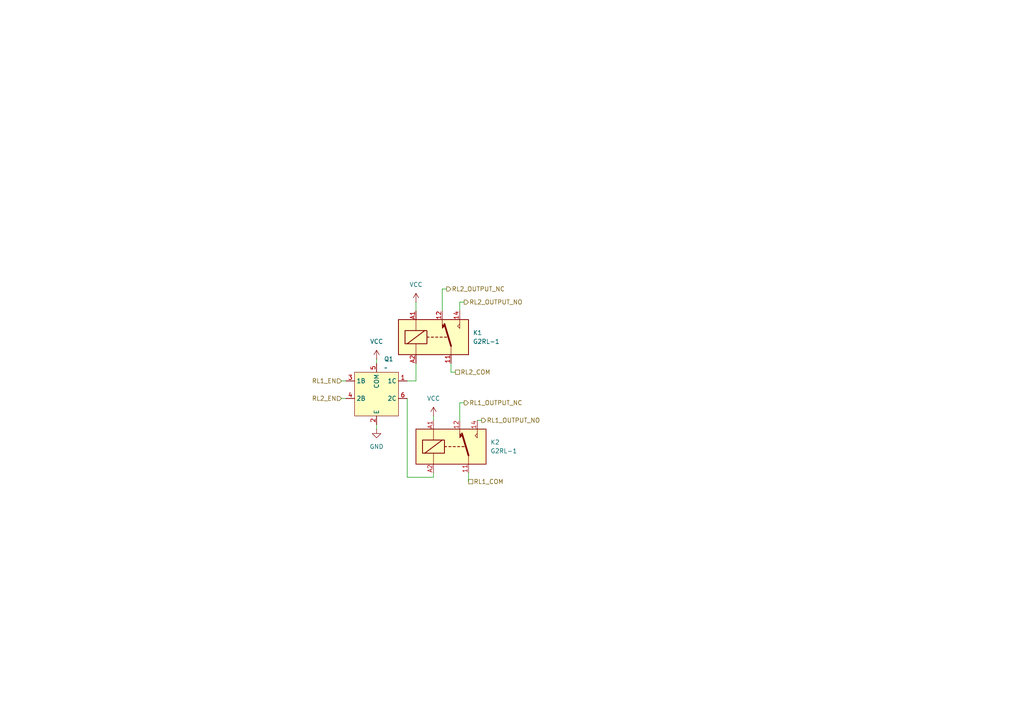
<source format=kicad_sch>
(kicad_sch
	(version 20250114)
	(generator "eeschema")
	(generator_version "9.0")
	(uuid "cffce59c-00fe-42d8-961e-130c24f41ffa")
	(paper "A4")
	(lib_symbols
		(symbol "Relay:G2RL-1"
			(exclude_from_sim no)
			(in_bom yes)
			(on_board yes)
			(property "Reference" "K"
				(at 11.43 3.81 0)
				(effects
					(font
						(size 1.27 1.27)
					)
					(justify left)
				)
			)
			(property "Value" "G2RL-1"
				(at 11.43 1.27 0)
				(effects
					(font
						(size 1.27 1.27)
					)
					(justify left)
				)
			)
			(property "Footprint" "Relay_THT:Relay_SPDT_Omron_G2RL-1"
				(at 11.43 -1.27 0)
				(effects
					(font
						(size 1.27 1.27)
					)
					(justify left)
					(hide yes)
				)
			)
			(property "Datasheet" "https://omronfs.omron.com/en_US/ecb/products/pdf/en-g2rl.pdf"
				(at 0 0 0)
				(effects
					(font
						(size 1.27 1.27)
					)
					(hide yes)
				)
			)
			(property "Description" "General Purpose Low Profile Relay SPDT Through Hole, Omron G2RL series, 12A 250VAC"
				(at 0 0 0)
				(effects
					(font
						(size 1.27 1.27)
					)
					(hide yes)
				)
			)
			(property "ki_keywords" "Single Pole Relay SPDT Omron"
				(at 0 0 0)
				(effects
					(font
						(size 1.27 1.27)
					)
					(hide yes)
				)
			)
			(property "ki_fp_filters" "Relay?SPDT?Omron?G2RL*"
				(at 0 0 0)
				(effects
					(font
						(size 1.27 1.27)
					)
					(hide yes)
				)
			)
			(symbol "G2RL-1_0_0"
				(polyline
					(pts
						(xy 7.62 5.08) (xy 7.62 2.54) (xy 6.985 3.175) (xy 7.62 3.81)
					)
					(stroke
						(width 0)
						(type default)
					)
					(fill
						(type none)
					)
				)
			)
			(symbol "G2RL-1_0_1"
				(rectangle
					(start -10.16 5.08)
					(end 10.16 -5.08)
					(stroke
						(width 0.254)
						(type default)
					)
					(fill
						(type background)
					)
				)
				(rectangle
					(start -8.255 1.905)
					(end -1.905 -1.905)
					(stroke
						(width 0.254)
						(type default)
					)
					(fill
						(type none)
					)
				)
				(polyline
					(pts
						(xy -7.62 -1.905) (xy -2.54 1.905)
					)
					(stroke
						(width 0.254)
						(type default)
					)
					(fill
						(type none)
					)
				)
				(polyline
					(pts
						(xy -5.08 5.08) (xy -5.08 1.905)
					)
					(stroke
						(width 0)
						(type default)
					)
					(fill
						(type none)
					)
				)
				(polyline
					(pts
						(xy -5.08 -5.08) (xy -5.08 -1.905)
					)
					(stroke
						(width 0)
						(type default)
					)
					(fill
						(type none)
					)
				)
				(polyline
					(pts
						(xy -1.905 0) (xy -1.27 0)
					)
					(stroke
						(width 0.254)
						(type default)
					)
					(fill
						(type none)
					)
				)
				(polyline
					(pts
						(xy -0.635 0) (xy 0 0)
					)
					(stroke
						(width 0.254)
						(type default)
					)
					(fill
						(type none)
					)
				)
				(polyline
					(pts
						(xy 0.635 0) (xy 1.27 0)
					)
					(stroke
						(width 0.254)
						(type default)
					)
					(fill
						(type none)
					)
				)
				(polyline
					(pts
						(xy 1.905 0) (xy 2.54 0)
					)
					(stroke
						(width 0.254)
						(type default)
					)
					(fill
						(type none)
					)
				)
				(polyline
					(pts
						(xy 2.54 5.08) (xy 2.54 2.54) (xy 3.175 3.175) (xy 2.54 3.81)
					)
					(stroke
						(width 0)
						(type default)
					)
					(fill
						(type outline)
					)
				)
				(polyline
					(pts
						(xy 3.175 0) (xy 3.81 0)
					)
					(stroke
						(width 0.254)
						(type default)
					)
					(fill
						(type none)
					)
				)
				(polyline
					(pts
						(xy 5.08 -2.54) (xy 3.175 3.81)
					)
					(stroke
						(width 0.508)
						(type default)
					)
					(fill
						(type none)
					)
				)
				(polyline
					(pts
						(xy 5.08 -2.54) (xy 5.08 -5.08)
					)
					(stroke
						(width 0)
						(type default)
					)
					(fill
						(type none)
					)
				)
			)
			(symbol "G2RL-1_1_1"
				(pin passive line
					(at -5.08 7.62 270)
					(length 2.54)
					(name "~"
						(effects
							(font
								(size 1.27 1.27)
							)
						)
					)
					(number "A1"
						(effects
							(font
								(size 1.27 1.27)
							)
						)
					)
				)
				(pin passive line
					(at -5.08 -7.62 90)
					(length 2.54)
					(name "~"
						(effects
							(font
								(size 1.27 1.27)
							)
						)
					)
					(number "A2"
						(effects
							(font
								(size 1.27 1.27)
							)
						)
					)
				)
				(pin passive line
					(at 2.54 7.62 270)
					(length 2.54)
					(name "~"
						(effects
							(font
								(size 1.27 1.27)
							)
						)
					)
					(number "12"
						(effects
							(font
								(size 1.27 1.27)
							)
						)
					)
				)
				(pin passive line
					(at 5.08 -7.62 90)
					(length 2.54)
					(name "~"
						(effects
							(font
								(size 1.27 1.27)
							)
						)
					)
					(number "11"
						(effects
							(font
								(size 1.27 1.27)
							)
						)
					)
				)
				(pin passive line
					(at 7.62 7.62 270)
					(length 2.54)
					(name "~"
						(effects
							(font
								(size 1.27 1.27)
							)
						)
					)
					(number "14"
						(effects
							(font
								(size 1.27 1.27)
							)
						)
					)
				)
			)
			(embedded_fonts no)
		)
		(symbol "Riqi_Parts:LANKE LK1802"
			(exclude_from_sim no)
			(in_bom yes)
			(on_board yes)
			(property "Reference" "Q"
				(at -2.286 -16.764 0)
				(effects
					(font
						(size 1.27 1.27)
					)
				)
			)
			(property "Value" ""
				(at 0 0 0)
				(effects
					(font
						(size 1.27 1.27)
					)
				)
			)
			(property "Footprint" ""
				(at 0 0 0)
				(effects
					(font
						(size 1.27 1.27)
					)
					(hide yes)
				)
			)
			(property "Datasheet" ""
				(at 0 0 0)
				(effects
					(font
						(size 1.27 1.27)
					)
					(hide yes)
				)
			)
			(property "Description" ""
				(at 0 0 0)
				(effects
					(font
						(size 1.27 1.27)
					)
					(hide yes)
				)
			)
			(property "ki_locked" ""
				(at 0 0 0)
				(effects
					(font
						(size 1.27 1.27)
					)
				)
			)
			(symbol "LANKE LK1802_1_1"
				(rectangle
					(start -2.54 -2.54)
					(end 10.16 -15.24)
					(stroke
						(width 0)
						(type solid)
					)
					(fill
						(type background)
					)
				)
				(pin input line
					(at -5.08 -5.08 0)
					(length 2.54)
					(name "1B"
						(effects
							(font
								(size 1.27 1.27)
							)
						)
					)
					(number "3"
						(effects
							(font
								(size 1.27 1.27)
							)
						)
					)
				)
				(pin input line
					(at -5.08 -10.16 0)
					(length 2.54)
					(name "2B"
						(effects
							(font
								(size 1.27 1.27)
							)
						)
					)
					(number "4"
						(effects
							(font
								(size 1.27 1.27)
							)
						)
					)
				)
				(pin passive line
					(at 3.81 0 270)
					(length 2.54)
					(name "COM"
						(effects
							(font
								(size 1.27 1.27)
							)
						)
					)
					(number "5"
						(effects
							(font
								(size 1.27 1.27)
							)
						)
					)
				)
				(pin passive line
					(at 3.81 -17.78 90)
					(length 2.54)
					(name "E"
						(effects
							(font
								(size 1.27 1.27)
							)
						)
					)
					(number "2"
						(effects
							(font
								(size 1.27 1.27)
							)
						)
					)
				)
				(pin open_collector line
					(at 12.7 -5.08 180)
					(length 2.54)
					(name "1C"
						(effects
							(font
								(size 1.27 1.27)
							)
						)
					)
					(number "1"
						(effects
							(font
								(size 1.27 1.27)
							)
						)
					)
				)
				(pin open_collector line
					(at 12.7 -10.16 180)
					(length 2.54)
					(name "2C"
						(effects
							(font
								(size 1.27 1.27)
							)
						)
					)
					(number "6"
						(effects
							(font
								(size 1.27 1.27)
							)
						)
					)
				)
			)
			(embedded_fonts no)
		)
		(symbol "power:GND"
			(power)
			(pin_numbers
				(hide yes)
			)
			(pin_names
				(offset 0)
				(hide yes)
			)
			(exclude_from_sim no)
			(in_bom yes)
			(on_board yes)
			(property "Reference" "#PWR"
				(at 0 -6.35 0)
				(effects
					(font
						(size 1.27 1.27)
					)
					(hide yes)
				)
			)
			(property "Value" "GND"
				(at 0 -3.81 0)
				(effects
					(font
						(size 1.27 1.27)
					)
				)
			)
			(property "Footprint" ""
				(at 0 0 0)
				(effects
					(font
						(size 1.27 1.27)
					)
					(hide yes)
				)
			)
			(property "Datasheet" ""
				(at 0 0 0)
				(effects
					(font
						(size 1.27 1.27)
					)
					(hide yes)
				)
			)
			(property "Description" "Power symbol creates a global label with name \"GND\" , ground"
				(at 0 0 0)
				(effects
					(font
						(size 1.27 1.27)
					)
					(hide yes)
				)
			)
			(property "ki_keywords" "global power"
				(at 0 0 0)
				(effects
					(font
						(size 1.27 1.27)
					)
					(hide yes)
				)
			)
			(symbol "GND_0_1"
				(polyline
					(pts
						(xy 0 0) (xy 0 -1.27) (xy 1.27 -1.27) (xy 0 -2.54) (xy -1.27 -1.27) (xy 0 -1.27)
					)
					(stroke
						(width 0)
						(type default)
					)
					(fill
						(type none)
					)
				)
			)
			(symbol "GND_1_1"
				(pin power_in line
					(at 0 0 270)
					(length 0)
					(name "~"
						(effects
							(font
								(size 1.27 1.27)
							)
						)
					)
					(number "1"
						(effects
							(font
								(size 1.27 1.27)
							)
						)
					)
				)
			)
			(embedded_fonts no)
		)
		(symbol "power:VCC"
			(power)
			(pin_numbers
				(hide yes)
			)
			(pin_names
				(offset 0)
				(hide yes)
			)
			(exclude_from_sim no)
			(in_bom yes)
			(on_board yes)
			(property "Reference" "#PWR"
				(at 0 -3.81 0)
				(effects
					(font
						(size 1.27 1.27)
					)
					(hide yes)
				)
			)
			(property "Value" "VCC"
				(at 0 3.556 0)
				(effects
					(font
						(size 1.27 1.27)
					)
				)
			)
			(property "Footprint" ""
				(at 0 0 0)
				(effects
					(font
						(size 1.27 1.27)
					)
					(hide yes)
				)
			)
			(property "Datasheet" ""
				(at 0 0 0)
				(effects
					(font
						(size 1.27 1.27)
					)
					(hide yes)
				)
			)
			(property "Description" "Power symbol creates a global label with name \"VCC\""
				(at 0 0 0)
				(effects
					(font
						(size 1.27 1.27)
					)
					(hide yes)
				)
			)
			(property "ki_keywords" "global power"
				(at 0 0 0)
				(effects
					(font
						(size 1.27 1.27)
					)
					(hide yes)
				)
			)
			(symbol "VCC_0_1"
				(polyline
					(pts
						(xy -0.762 1.27) (xy 0 2.54)
					)
					(stroke
						(width 0)
						(type default)
					)
					(fill
						(type none)
					)
				)
				(polyline
					(pts
						(xy 0 2.54) (xy 0.762 1.27)
					)
					(stroke
						(width 0)
						(type default)
					)
					(fill
						(type none)
					)
				)
				(polyline
					(pts
						(xy 0 0) (xy 0 2.54)
					)
					(stroke
						(width 0)
						(type default)
					)
					(fill
						(type none)
					)
				)
			)
			(symbol "VCC_1_1"
				(pin power_in line
					(at 0 0 90)
					(length 0)
					(name "~"
						(effects
							(font
								(size 1.27 1.27)
							)
						)
					)
					(number "1"
						(effects
							(font
								(size 1.27 1.27)
							)
						)
					)
				)
			)
			(embedded_fonts no)
		)
	)
	(wire
		(pts
			(xy 109.22 123.19) (xy 109.22 124.46)
		)
		(stroke
			(width 0)
			(type default)
		)
		(uuid "2ed33535-b7c3-4f3b-963c-65fcf2166eb8")
	)
	(wire
		(pts
			(xy 120.65 87.63) (xy 120.65 90.17)
		)
		(stroke
			(width 0)
			(type default)
		)
		(uuid "3ab762bf-eadb-42cb-99c3-8d4e9d063074")
	)
	(wire
		(pts
			(xy 120.65 105.41) (xy 120.65 110.49)
		)
		(stroke
			(width 0)
			(type default)
		)
		(uuid "49f05833-c2d5-4419-a8a0-d90470addf9f")
	)
	(wire
		(pts
			(xy 128.27 83.82) (xy 128.27 90.17)
		)
		(stroke
			(width 0)
			(type default)
		)
		(uuid "5ccdb662-a05a-4bc1-8988-c898078b42a5")
	)
	(wire
		(pts
			(xy 129.54 83.82) (xy 128.27 83.82)
		)
		(stroke
			(width 0)
			(type default)
		)
		(uuid "5d122ad0-6142-42fd-8726-1b79787d337e")
	)
	(wire
		(pts
			(xy 118.11 138.43) (xy 125.73 138.43)
		)
		(stroke
			(width 0)
			(type default)
		)
		(uuid "5d716c9c-0c71-4f6f-943c-1f15aad6eaf0")
	)
	(wire
		(pts
			(xy 118.11 138.43) (xy 118.11 115.57)
		)
		(stroke
			(width 0)
			(type default)
		)
		(uuid "6780fe45-ddab-488f-b7ba-eb0e37470c1d")
	)
	(wire
		(pts
			(xy 138.43 121.92) (xy 139.7 121.92)
		)
		(stroke
			(width 0)
			(type default)
		)
		(uuid "76c9cf05-ba94-4241-a6da-d683f589dd3f")
	)
	(wire
		(pts
			(xy 133.35 87.63) (xy 133.35 90.17)
		)
		(stroke
			(width 0)
			(type default)
		)
		(uuid "8c26bcf7-9b18-480a-b5ac-6407190a3498")
	)
	(wire
		(pts
			(xy 133.35 116.84) (xy 133.35 121.92)
		)
		(stroke
			(width 0)
			(type default)
		)
		(uuid "91ea4add-298c-4de7-9ef3-84cd5950595a")
	)
	(wire
		(pts
			(xy 130.81 105.41) (xy 130.81 107.95)
		)
		(stroke
			(width 0)
			(type default)
		)
		(uuid "95cf5e65-a308-49e5-af0c-199b5c8da5fd")
	)
	(wire
		(pts
			(xy 99.06 110.49) (xy 100.33 110.49)
		)
		(stroke
			(width 0)
			(type default)
		)
		(uuid "abf5be68-7a0e-4698-a19f-9026a3287058")
	)
	(wire
		(pts
			(xy 125.73 137.16) (xy 125.73 138.43)
		)
		(stroke
			(width 0)
			(type default)
		)
		(uuid "b2cff636-ccbb-4d0e-8bf8-bcd61be111fe")
	)
	(wire
		(pts
			(xy 134.62 116.84) (xy 133.35 116.84)
		)
		(stroke
			(width 0)
			(type default)
		)
		(uuid "c9ee7a24-845a-40a8-9e4a-131c79dc7a34")
	)
	(wire
		(pts
			(xy 134.62 87.63) (xy 133.35 87.63)
		)
		(stroke
			(width 0)
			(type default)
		)
		(uuid "d8ada883-5eee-4a8a-87c6-33a18811cbe9")
	)
	(wire
		(pts
			(xy 99.06 115.57) (xy 100.33 115.57)
		)
		(stroke
			(width 0)
			(type default)
		)
		(uuid "d95150ad-edeb-487b-8f67-a77bcccd9fdf")
	)
	(wire
		(pts
			(xy 130.81 107.95) (xy 132.08 107.95)
		)
		(stroke
			(width 0)
			(type default)
		)
		(uuid "dab7979b-444e-4727-a8f7-399736f98ddc")
	)
	(wire
		(pts
			(xy 118.11 110.49) (xy 120.65 110.49)
		)
		(stroke
			(width 0)
			(type default)
		)
		(uuid "e874d732-634c-41ad-8b90-5a30f6ced64c")
	)
	(wire
		(pts
			(xy 125.73 120.65) (xy 125.73 121.92)
		)
		(stroke
			(width 0)
			(type default)
		)
		(uuid "ed2478fe-790f-456b-84ae-0959a180fb4d")
	)
	(wire
		(pts
			(xy 109.22 104.14) (xy 109.22 105.41)
		)
		(stroke
			(width 0)
			(type default)
		)
		(uuid "fd6174fb-6223-4c2b-911b-aad01b6894ee")
	)
	(wire
		(pts
			(xy 135.89 139.7) (xy 135.89 137.16)
		)
		(stroke
			(width 0)
			(type default)
		)
		(uuid "ff86b017-b40e-4aaa-8ea1-9e3eb2440ee2")
	)
	(hierarchical_label "RL2_OUTPUT_NC"
		(shape output)
		(at 129.54 83.82 0)
		(effects
			(font
				(size 1.27 1.27)
			)
			(justify left)
		)
		(uuid "136d0900-9b90-4551-8207-94253f00894f")
	)
	(hierarchical_label "RL1_COM"
		(shape passive)
		(at 135.89 139.7 0)
		(effects
			(font
				(size 1.27 1.27)
			)
			(justify left)
		)
		(uuid "2638d623-5eec-49a7-96ce-abc063f0b2d7")
	)
	(hierarchical_label "RL2_EN"
		(shape input)
		(at 99.06 115.57 180)
		(effects
			(font
				(size 1.27 1.27)
			)
			(justify right)
		)
		(uuid "3e898b01-38f7-473b-ad57-85697ebc3821")
	)
	(hierarchical_label "RL1_OUTPUT_NO"
		(shape output)
		(at 139.7 121.92 0)
		(effects
			(font
				(size 1.27 1.27)
			)
			(justify left)
		)
		(uuid "59b3596f-6833-4967-9719-de3fb6b6d32b")
	)
	(hierarchical_label "RL2_COM"
		(shape passive)
		(at 132.08 107.95 0)
		(effects
			(font
				(size 1.27 1.27)
			)
			(justify left)
		)
		(uuid "bca84ce4-18dc-44a6-8825-736c79c71c42")
	)
	(hierarchical_label "RL1_OUTPUT_NC"
		(shape output)
		(at 134.62 116.84 0)
		(effects
			(font
				(size 1.27 1.27)
			)
			(justify left)
		)
		(uuid "c0cdb961-51b2-4c39-8ab1-807eecbcef55")
	)
	(hierarchical_label "RL1_EN"
		(shape input)
		(at 99.06 110.49 180)
		(effects
			(font
				(size 1.27 1.27)
			)
			(justify right)
		)
		(uuid "e598eb98-68c7-425a-9a03-cdc3890e510b")
	)
	(hierarchical_label "RL2_OUTPUT_NO"
		(shape output)
		(at 134.62 87.63 0)
		(effects
			(font
				(size 1.27 1.27)
			)
			(justify left)
		)
		(uuid "e69a26a3-31d0-445f-abcf-c10ca3ccec38")
	)
	(symbol
		(lib_id "power:VCC")
		(at 125.73 120.65 0)
		(unit 1)
		(exclude_from_sim no)
		(in_bom yes)
		(on_board yes)
		(dnp no)
		(fields_autoplaced yes)
		(uuid "26174cbc-efa2-48e2-b6f2-045d9ecd6cb3")
		(property "Reference" "#PWR030"
			(at 125.73 124.46 0)
			(effects
				(font
					(size 1.27 1.27)
				)
				(hide yes)
			)
		)
		(property "Value" "VCC"
			(at 125.73 115.57 0)
			(effects
				(font
					(size 1.27 1.27)
				)
			)
		)
		(property "Footprint" ""
			(at 125.73 120.65 0)
			(effects
				(font
					(size 1.27 1.27)
				)
				(hide yes)
			)
		)
		(property "Datasheet" ""
			(at 125.73 120.65 0)
			(effects
				(font
					(size 1.27 1.27)
				)
				(hide yes)
			)
		)
		(property "Description" "Power symbol creates a global label with name \"VCC\""
			(at 125.73 120.65 0)
			(effects
				(font
					(size 1.27 1.27)
				)
				(hide yes)
			)
		)
		(pin "1"
			(uuid "21586879-cc36-48f9-8551-9e7ba463ff20")
		)
		(instances
			(project "NIVARA"
				(path "/8290cc18-06d0-4e02-a781-29a61ebc321a/9e4d7a0c-a5eb-4e88-9036-0c35e68b279a/86b88fb6-54fe-4cca-9b3c-121214f029ac"
					(reference "#PWR030")
					(unit 1)
				)
			)
			(project "NIVARA_ZorionX_BOARD"
				(path "/8e19332e-3534-4a04-99a8-04957ac8928f/86b88fb6-54fe-4cca-9b3c-121214f029ac"
					(reference "#PWR?")
					(unit 1)
				)
			)
		)
	)
	(symbol
		(lib_id "Relay:G2RL-1")
		(at 125.73 97.79 0)
		(unit 1)
		(exclude_from_sim no)
		(in_bom yes)
		(on_board yes)
		(dnp no)
		(fields_autoplaced yes)
		(uuid "271b35fc-458b-4d23-8fc7-dd31f7ee970e")
		(property "Reference" "K1"
			(at 137.16 96.5199 0)
			(effects
				(font
					(size 1.27 1.27)
				)
				(justify left)
			)
		)
		(property "Value" "G2RL-1"
			(at 137.16 99.0599 0)
			(effects
				(font
					(size 1.27 1.27)
				)
				(justify left)
			)
		)
		(property "Footprint" "Relay_THT:Relay_SPDT_Omron_G2RL-1"
			(at 137.16 99.06 0)
			(effects
				(font
					(size 1.27 1.27)
				)
				(justify left)
				(hide yes)
			)
		)
		(property "Datasheet" "https://omronfs.omron.com/en_US/ecb/products/pdf/en-g2rl.pdf"
			(at 125.73 97.79 0)
			(effects
				(font
					(size 1.27 1.27)
				)
				(hide yes)
			)
		)
		(property "Description" "General Purpose Low Profile Relay SPDT Through Hole, Omron G2RL series, 12A 250VAC"
			(at 125.73 97.79 0)
			(effects
				(font
					(size 1.27 1.27)
				)
				(hide yes)
			)
		)
		(pin "14"
			(uuid "8d7c773d-a7e6-411a-a59a-0d76b5386e96")
		)
		(pin "12"
			(uuid "b718b134-6a0c-4b2d-a8cf-51b4f81e1730")
		)
		(pin "A2"
			(uuid "f0ccefb8-1ff0-448e-9cd9-e174cfa0f812")
		)
		(pin "11"
			(uuid "d165c126-c58f-4d81-ba0b-0bf8a59a2b8c")
		)
		(pin "A1"
			(uuid "13e978b4-8cf4-4a19-a2a2-331c2f2d98d4")
		)
		(instances
			(project ""
				(path "/8290cc18-06d0-4e02-a781-29a61ebc321a/9e4d7a0c-a5eb-4e88-9036-0c35e68b279a/86b88fb6-54fe-4cca-9b3c-121214f029ac"
					(reference "K1")
					(unit 1)
				)
			)
			(project "NIVARA_ZorionX_BOARD"
				(path "/8e19332e-3534-4a04-99a8-04957ac8928f/86b88fb6-54fe-4cca-9b3c-121214f029ac"
					(reference "K?")
					(unit 1)
				)
			)
		)
	)
	(symbol
		(lib_id "power:VCC")
		(at 109.22 104.14 0)
		(unit 1)
		(exclude_from_sim no)
		(in_bom yes)
		(on_board yes)
		(dnp no)
		(fields_autoplaced yes)
		(uuid "600d0f42-6b54-4e74-bbaf-e6b465024f45")
		(property "Reference" "#PWR027"
			(at 109.22 107.95 0)
			(effects
				(font
					(size 1.27 1.27)
				)
				(hide yes)
			)
		)
		(property "Value" "VCC"
			(at 109.22 99.06 0)
			(effects
				(font
					(size 1.27 1.27)
				)
			)
		)
		(property "Footprint" ""
			(at 109.22 104.14 0)
			(effects
				(font
					(size 1.27 1.27)
				)
				(hide yes)
			)
		)
		(property "Datasheet" ""
			(at 109.22 104.14 0)
			(effects
				(font
					(size 1.27 1.27)
				)
				(hide yes)
			)
		)
		(property "Description" "Power symbol creates a global label with name \"VCC\""
			(at 109.22 104.14 0)
			(effects
				(font
					(size 1.27 1.27)
				)
				(hide yes)
			)
		)
		(pin "1"
			(uuid "5939ec59-9fa0-4c97-8d31-e9dfcec010af")
		)
		(instances
			(project "NIVARA"
				(path "/8290cc18-06d0-4e02-a781-29a61ebc321a/9e4d7a0c-a5eb-4e88-9036-0c35e68b279a/86b88fb6-54fe-4cca-9b3c-121214f029ac"
					(reference "#PWR027")
					(unit 1)
				)
			)
			(project "NIVARA_ZorionX_BOARD"
				(path "/8e19332e-3534-4a04-99a8-04957ac8928f/86b88fb6-54fe-4cca-9b3c-121214f029ac"
					(reference "#PWR?")
					(unit 1)
				)
			)
		)
	)
	(symbol
		(lib_id "Riqi_Parts:LANKE LK1802")
		(at 105.41 105.41 0)
		(unit 1)
		(exclude_from_sim no)
		(in_bom yes)
		(on_board no)
		(dnp no)
		(fields_autoplaced yes)
		(uuid "91a3940d-12c0-487a-a3be-50778c8c669f")
		(property "Reference" "Q1"
			(at 111.3633 104.14 0)
			(effects
				(font
					(size 1.27 1.27)
				)
				(justify left)
			)
		)
		(property "Value" "~"
			(at 111.3633 106.68 0)
			(effects
				(font
					(size 1.27 1.27)
				)
				(justify left)
			)
		)
		(property "Footprint" ""
			(at 105.41 105.41 0)
			(effects
				(font
					(size 1.27 1.27)
				)
				(hide yes)
			)
		)
		(property "Datasheet" ""
			(at 105.41 105.41 0)
			(effects
				(font
					(size 1.27 1.27)
				)
				(hide yes)
			)
		)
		(property "Description" ""
			(at 105.41 105.41 0)
			(effects
				(font
					(size 1.27 1.27)
				)
				(hide yes)
			)
		)
		(property "LCSC#" "C2984831"
			(at 105.41 105.41 0)
			(effects
				(font
					(size 1.27 1.27)
				)
				(hide yes)
			)
		)
		(pin "4"
			(uuid "7e17b648-965e-429d-aa7b-e51f6e82bf32")
		)
		(pin "5"
			(uuid "b24e93ce-6c87-4bc9-b0ee-3c47214111af")
		)
		(pin "2"
			(uuid "15893fbb-4355-4f49-8550-f388bfeb07fd")
		)
		(pin "1"
			(uuid "39581bde-5a39-4444-9126-a77af5af147e")
		)
		(pin "6"
			(uuid "9a803033-a328-4da6-a467-918f88589c1e")
		)
		(pin "3"
			(uuid "28278381-4638-4834-98f0-0c6bf00ebfa9")
		)
		(instances
			(project ""
				(path "/8290cc18-06d0-4e02-a781-29a61ebc321a/9e4d7a0c-a5eb-4e88-9036-0c35e68b279a/86b88fb6-54fe-4cca-9b3c-121214f029ac"
					(reference "Q1")
					(unit 1)
				)
			)
			(project "NIVARA_ZorionX_BOARD"
				(path "/8e19332e-3534-4a04-99a8-04957ac8928f/86b88fb6-54fe-4cca-9b3c-121214f029ac"
					(reference "Q?")
					(unit 1)
				)
			)
		)
	)
	(symbol
		(lib_id "power:VCC")
		(at 120.65 87.63 0)
		(unit 1)
		(exclude_from_sim no)
		(in_bom yes)
		(on_board yes)
		(dnp no)
		(fields_autoplaced yes)
		(uuid "958d491f-1a81-40d9-9652-ce49b088cd9d")
		(property "Reference" "#PWR029"
			(at 120.65 91.44 0)
			(effects
				(font
					(size 1.27 1.27)
				)
				(hide yes)
			)
		)
		(property "Value" "VCC"
			(at 120.65 82.55 0)
			(effects
				(font
					(size 1.27 1.27)
				)
			)
		)
		(property "Footprint" ""
			(at 120.65 87.63 0)
			(effects
				(font
					(size 1.27 1.27)
				)
				(hide yes)
			)
		)
		(property "Datasheet" ""
			(at 120.65 87.63 0)
			(effects
				(font
					(size 1.27 1.27)
				)
				(hide yes)
			)
		)
		(property "Description" "Power symbol creates a global label with name \"VCC\""
			(at 120.65 87.63 0)
			(effects
				(font
					(size 1.27 1.27)
				)
				(hide yes)
			)
		)
		(pin "1"
			(uuid "b19a3383-216b-4667-ad89-b61237ff87cc")
		)
		(instances
			(project ""
				(path "/8290cc18-06d0-4e02-a781-29a61ebc321a/9e4d7a0c-a5eb-4e88-9036-0c35e68b279a/86b88fb6-54fe-4cca-9b3c-121214f029ac"
					(reference "#PWR029")
					(unit 1)
				)
			)
			(project "NIVARA_ZorionX_BOARD"
				(path "/8e19332e-3534-4a04-99a8-04957ac8928f/86b88fb6-54fe-4cca-9b3c-121214f029ac"
					(reference "#PWR?")
					(unit 1)
				)
			)
		)
	)
	(symbol
		(lib_id "power:GND")
		(at 109.22 124.46 0)
		(unit 1)
		(exclude_from_sim no)
		(in_bom yes)
		(on_board yes)
		(dnp no)
		(fields_autoplaced yes)
		(uuid "be21cedd-6f76-44ed-b6f5-2f50ebf8e76e")
		(property "Reference" "#PWR028"
			(at 109.22 130.81 0)
			(effects
				(font
					(size 1.27 1.27)
				)
				(hide yes)
			)
		)
		(property "Value" "GND"
			(at 109.22 129.54 0)
			(effects
				(font
					(size 1.27 1.27)
				)
			)
		)
		(property "Footprint" ""
			(at 109.22 124.46 0)
			(effects
				(font
					(size 1.27 1.27)
				)
				(hide yes)
			)
		)
		(property "Datasheet" ""
			(at 109.22 124.46 0)
			(effects
				(font
					(size 1.27 1.27)
				)
				(hide yes)
			)
		)
		(property "Description" "Power symbol creates a global label with name \"GND\" , ground"
			(at 109.22 124.46 0)
			(effects
				(font
					(size 1.27 1.27)
				)
				(hide yes)
			)
		)
		(pin "1"
			(uuid "9057a845-b019-495d-b7c5-535c877a7b27")
		)
		(instances
			(project ""
				(path "/8290cc18-06d0-4e02-a781-29a61ebc321a/9e4d7a0c-a5eb-4e88-9036-0c35e68b279a/86b88fb6-54fe-4cca-9b3c-121214f029ac"
					(reference "#PWR028")
					(unit 1)
				)
			)
			(project "NIVARA_ZorionX_BOARD"
				(path "/8e19332e-3534-4a04-99a8-04957ac8928f/86b88fb6-54fe-4cca-9b3c-121214f029ac"
					(reference "#PWR?")
					(unit 1)
				)
			)
		)
	)
	(symbol
		(lib_id "Relay:G2RL-1")
		(at 130.81 129.54 0)
		(unit 1)
		(exclude_from_sim no)
		(in_bom yes)
		(on_board yes)
		(dnp no)
		(fields_autoplaced yes)
		(uuid "f0af92bb-05f5-4b9b-b5ec-2696067aaf1b")
		(property "Reference" "K2"
			(at 142.24 128.2699 0)
			(effects
				(font
					(size 1.27 1.27)
				)
				(justify left)
			)
		)
		(property "Value" "G2RL-1"
			(at 142.24 130.8099 0)
			(effects
				(font
					(size 1.27 1.27)
				)
				(justify left)
			)
		)
		(property "Footprint" "Relay_THT:Relay_SPDT_Omron_G2RL-1"
			(at 142.24 130.81 0)
			(effects
				(font
					(size 1.27 1.27)
				)
				(justify left)
				(hide yes)
			)
		)
		(property "Datasheet" "https://omronfs.omron.com/en_US/ecb/products/pdf/en-g2rl.pdf"
			(at 130.81 129.54 0)
			(effects
				(font
					(size 1.27 1.27)
				)
				(hide yes)
			)
		)
		(property "Description" "General Purpose Low Profile Relay SPDT Through Hole, Omron G2RL series, 12A 250VAC"
			(at 130.81 129.54 0)
			(effects
				(font
					(size 1.27 1.27)
				)
				(hide yes)
			)
		)
		(pin "14"
			(uuid "3ab1bf0a-eed4-478a-bff0-99082d6801b8")
		)
		(pin "12"
			(uuid "50f9da7c-c61a-4a3f-bf0f-86df244b7653")
		)
		(pin "A2"
			(uuid "f025e245-5b7d-4cad-96cb-88e3d961373e")
		)
		(pin "11"
			(uuid "bacaa8ff-bf58-4aff-b3ae-96facf88e101")
		)
		(pin "A1"
			(uuid "478192a8-6097-4a70-b5e0-bcc02735e6dd")
		)
		(instances
			(project "NIVARA"
				(path "/8290cc18-06d0-4e02-a781-29a61ebc321a/9e4d7a0c-a5eb-4e88-9036-0c35e68b279a/86b88fb6-54fe-4cca-9b3c-121214f029ac"
					(reference "K2")
					(unit 1)
				)
			)
			(project "NIVARA_ZorionX_BOARD"
				(path "/8e19332e-3534-4a04-99a8-04957ac8928f/86b88fb6-54fe-4cca-9b3c-121214f029ac"
					(reference "K?")
					(unit 1)
				)
			)
		)
	)
)

</source>
